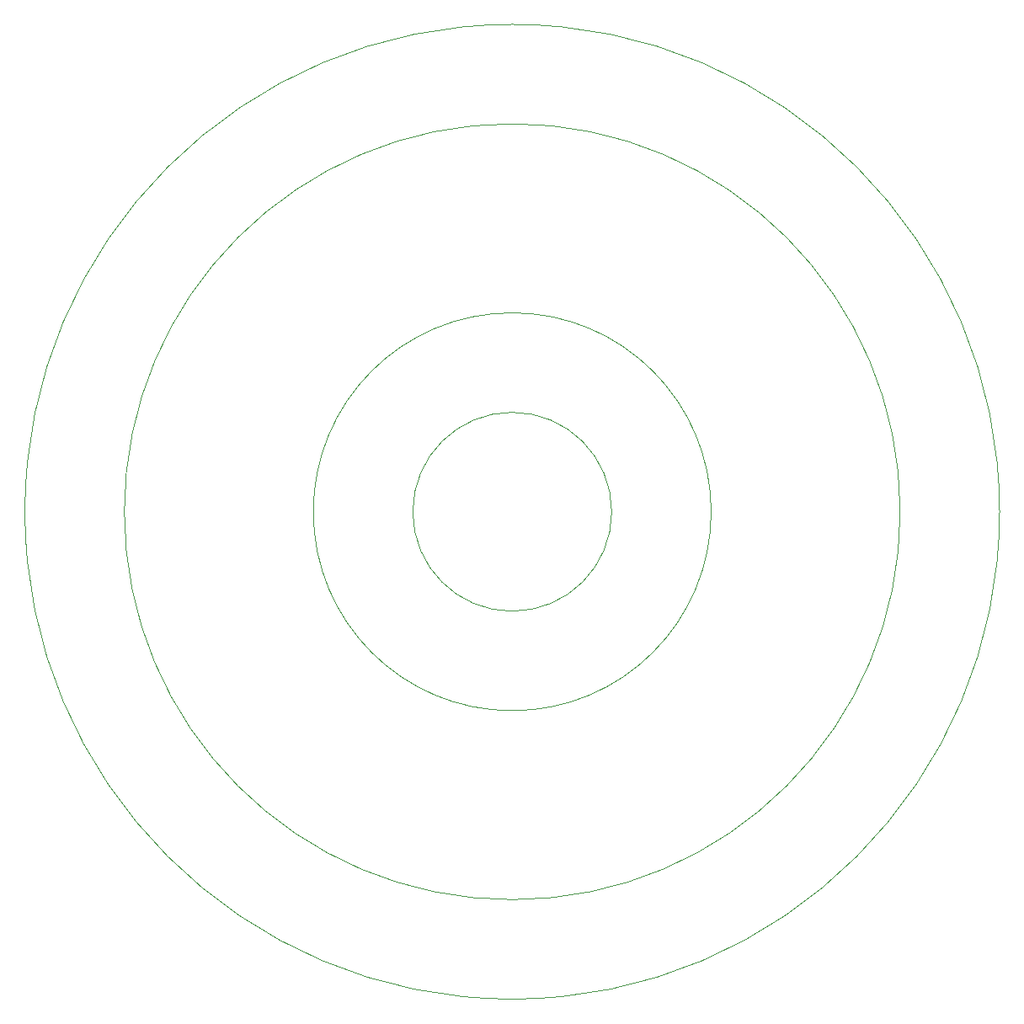
<source format=gbr>
%TF.GenerationSoftware,KiCad,Pcbnew,7.0.10*%
%TF.CreationDate,2024-03-15T10:59:13-04:00*%
%TF.ProjectId,new_base,6e65775f-6261-4736-952e-6b696361645f,rev?*%
%TF.SameCoordinates,Original*%
%TF.FileFunction,Profile,NP*%
%FSLAX46Y46*%
G04 Gerber Fmt 4.6, Leading zero omitted, Abs format (unit mm)*
G04 Created by KiCad (PCBNEW 7.0.10) date 2024-03-15 10:59:13*
%MOMM*%
%LPD*%
G01*
G04 APERTURE LIST*
%TA.AperFunction,Profile*%
%ADD10C,0.100000*%
%TD*%
G04 APERTURE END LIST*
D10*
X60000000Y-50000000D02*
G75*
G03*
X40000000Y-50000000I-10000000J0D01*
G01*
X40000000Y-50000000D02*
G75*
G03*
X60000000Y-50000000I10000000J0D01*
G01*
X70000000Y-50000000D02*
G75*
G03*
X30000000Y-50000000I-20000000J0D01*
G01*
X30000000Y-50000000D02*
G75*
G03*
X70000000Y-50000000I20000000J0D01*
G01*
X99000000Y-50000000D02*
G75*
G03*
X1000000Y-50000000I-49000000J0D01*
G01*
X1000000Y-50000000D02*
G75*
G03*
X99000000Y-50000000I49000000J0D01*
G01*
X89000000Y-50000000D02*
G75*
G03*
X11000000Y-50000000I-39000000J0D01*
G01*
X11000000Y-50000000D02*
G75*
G03*
X89000000Y-50000000I39000000J0D01*
G01*
M02*

</source>
